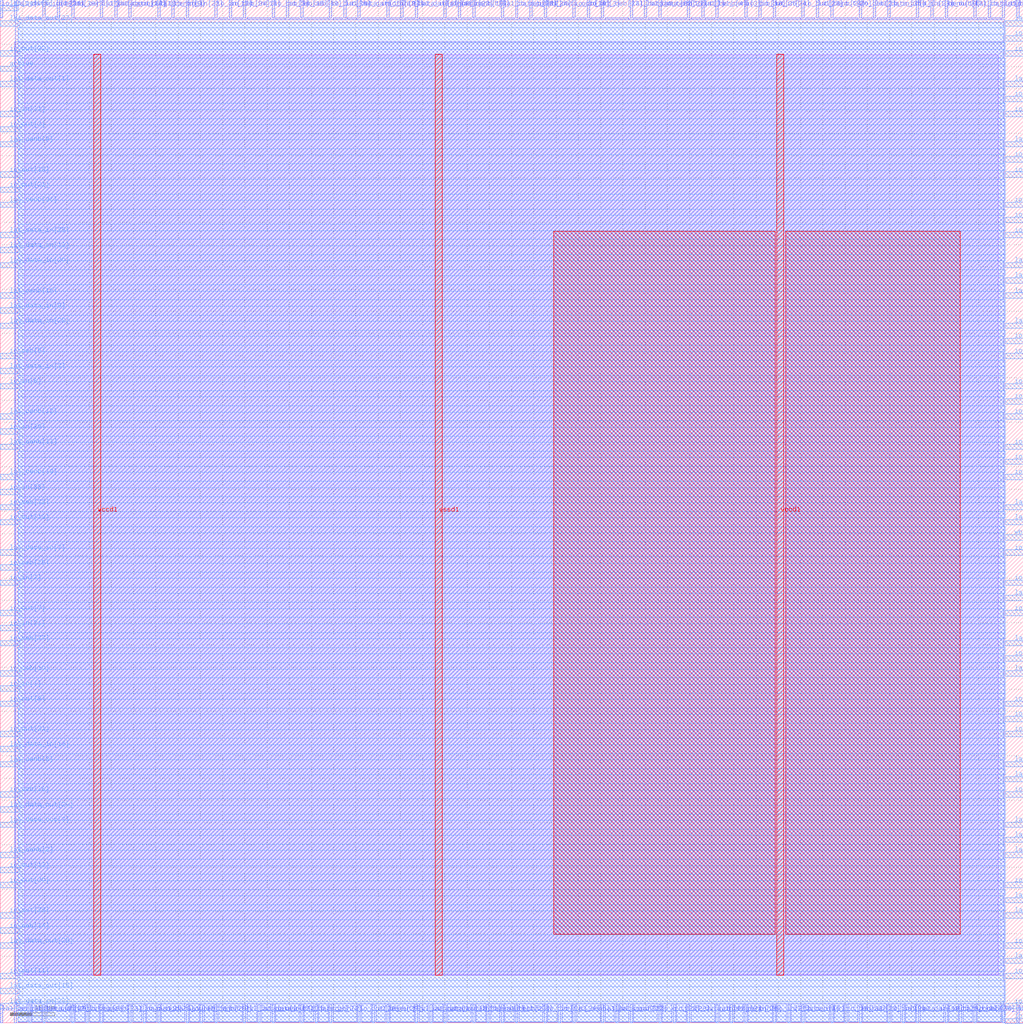
<source format=lef>
VERSION 5.7 ;
  NOWIREEXTENSIONATPIN ON ;
  DIVIDERCHAR "/" ;
  BUSBITCHARS "[]" ;
MACRO wrapped_vga_clock
  CLASS BLOCK ;
  FOREIGN wrapped_vga_clock ;
  ORIGIN 0.000 0.000 ;
  SIZE 230.000 BY 230.000 ;
  PIN active
    DIRECTION INPUT ;
    USE SIGNAL ;
    PORT
      LAYER met3 ;
        RECT 0.000 213.940 4.000 215.140 ;
    END
  END active
  PIN io_in[0]
    DIRECTION INPUT ;
    USE SIGNAL ;
    PORT
      LAYER met2 ;
        RECT 70.790 0.000 71.350 4.000 ;
    END
  END io_in[0]
  PIN io_in[10]
    DIRECTION INPUT ;
    USE SIGNAL ;
    PORT
      LAYER met2 ;
        RECT 128.750 226.000 129.310 230.000 ;
    END
  END io_in[10]
  PIN io_in[11]
    DIRECTION INPUT ;
    USE SIGNAL ;
    PORT
      LAYER met2 ;
        RECT -0.050 226.000 0.510 230.000 ;
    END
  END io_in[11]
  PIN io_in[12]
    DIRECTION INPUT ;
    USE SIGNAL ;
    PORT
      LAYER met3 ;
        RECT 226.000 193.540 230.000 194.740 ;
    END
  END io_in[12]
  PIN io_in[13]
    DIRECTION INPUT ;
    USE SIGNAL ;
    PORT
      LAYER met2 ;
        RECT 109.430 0.000 109.990 4.000 ;
    END
  END io_in[13]
  PIN io_in[14]
    DIRECTION INPUT ;
    USE SIGNAL ;
    PORT
      LAYER met2 ;
        RECT 86.890 226.000 87.450 230.000 ;
    END
  END io_in[14]
  PIN io_in[15]
    DIRECTION INPUT ;
    USE SIGNAL ;
    PORT
      LAYER met3 ;
        RECT 226.000 203.740 230.000 204.940 ;
    END
  END io_in[15]
  PIN io_in[16]
    DIRECTION INPUT ;
    USE SIGNAL ;
    PORT
      LAYER met3 ;
        RECT 226.000 16.740 230.000 17.940 ;
    END
  END io_in[16]
  PIN io_in[17]
    DIRECTION INPUT ;
    USE SIGNAL ;
    PORT
      LAYER met2 ;
        RECT 48.250 226.000 48.810 230.000 ;
    END
  END io_in[17]
  PIN io_in[18]
    DIRECTION INPUT ;
    USE SIGNAL ;
    PORT
      LAYER met2 ;
        RECT 54.690 226.000 55.250 230.000 ;
    END
  END io_in[18]
  PIN io_in[19]
    DIRECTION INPUT ;
    USE SIGNAL ;
    PORT
      LAYER met2 ;
        RECT 199.590 0.000 200.150 4.000 ;
    END
  END io_in[19]
  PIN io_in[1]
    DIRECTION INPUT ;
    USE SIGNAL ;
    PORT
      LAYER met3 ;
        RECT 0.000 74.540 4.000 75.740 ;
    END
  END io_in[1]
  PIN io_in[20]
    DIRECTION INPUT ;
    USE SIGNAL ;
    PORT
      LAYER met3 ;
        RECT 0.000 132.340 4.000 133.540 ;
    END
  END io_in[20]
  PIN io_in[21]
    DIRECTION INPUT ;
    USE SIGNAL ;
    PORT
      LAYER met3 ;
        RECT 0.000 88.140 4.000 89.340 ;
    END
  END io_in[21]
  PIN io_in[22]
    DIRECTION INPUT ;
    USE SIGNAL ;
    PORT
      LAYER met3 ;
        RECT 226.000 71.140 230.000 72.340 ;
    END
  END io_in[22]
  PIN io_in[23]
    DIRECTION INPUT ;
    USE SIGNAL ;
    PORT
      LAYER met2 ;
        RECT 41.810 226.000 42.370 230.000 ;
    END
  END io_in[23]
  PIN io_in[24]
    DIRECTION INPUT ;
    USE SIGNAL ;
    PORT
      LAYER met2 ;
        RECT 28.930 226.000 29.490 230.000 ;
    END
  END io_in[24]
  PIN io_in[25]
    DIRECTION INPUT ;
    USE SIGNAL ;
    PORT
      LAYER met2 ;
        RECT 173.830 0.000 174.390 4.000 ;
    END
  END io_in[25]
  PIN io_in[26]
    DIRECTION INPUT ;
    USE SIGNAL ;
    PORT
      LAYER met2 ;
        RECT 167.390 0.000 167.950 4.000 ;
    END
  END io_in[26]
  PIN io_in[27]
    DIRECTION INPUT ;
    USE SIGNAL ;
    PORT
      LAYER met3 ;
        RECT 226.000 50.740 230.000 51.940 ;
    END
  END io_in[27]
  PIN io_in[28]
    DIRECTION INPUT ;
    USE SIGNAL ;
    PORT
      LAYER met2 ;
        RECT 151.290 0.000 151.850 4.000 ;
    END
  END io_in[28]
  PIN io_in[29]
    DIRECTION INPUT ;
    USE SIGNAL ;
    PORT
      LAYER met2 ;
        RECT 228.570 226.000 229.130 230.000 ;
    END
  END io_in[29]
  PIN io_in[2]
    DIRECTION INPUT ;
    USE SIGNAL ;
    PORT
      LAYER met2 ;
        RECT 74.010 0.000 74.570 4.000 ;
    END
  END io_in[2]
  PIN io_in[30]
    DIRECTION INPUT ;
    USE SIGNAL ;
    PORT
      LAYER met3 ;
        RECT 226.000 91.540 230.000 92.740 ;
    END
  END io_in[30]
  PIN io_in[31]
    DIRECTION INPUT ;
    USE SIGNAL ;
    PORT
      LAYER met3 ;
        RECT 0.000 203.740 4.000 204.940 ;
    END
  END io_in[31]
  PIN io_in[32]
    DIRECTION INPUT ;
    USE SIGNAL ;
    PORT
      LAYER met2 ;
        RECT 141.630 0.000 142.190 4.000 ;
    END
  END io_in[32]
  PIN io_in[33]
    DIRECTION INPUT ;
    USE SIGNAL ;
    PORT
      LAYER met3 ;
        RECT 0.000 118.740 4.000 119.940 ;
    END
  END io_in[33]
  PIN io_in[34]
    DIRECTION INPUT ;
    USE SIGNAL ;
    PORT
      LAYER met2 ;
        RECT 173.830 226.000 174.390 230.000 ;
    END
  END io_in[34]
  PIN io_in[35]
    DIRECTION INPUT ;
    USE SIGNAL ;
    PORT
      LAYER met2 ;
        RECT 199.590 226.000 200.150 230.000 ;
    END
  END io_in[35]
  PIN io_in[36]
    DIRECTION INPUT ;
    USE SIGNAL ;
    PORT
      LAYER met3 ;
        RECT 226.000 142.540 230.000 143.740 ;
    END
  END io_in[36]
  PIN io_in[37]
    DIRECTION INPUT ;
    USE SIGNAL ;
    PORT
      LAYER met2 ;
        RECT 206.030 226.000 206.590 230.000 ;
    END
  END io_in[37]
  PIN io_in[3]
    DIRECTION INPUT ;
    USE SIGNAL ;
    PORT
      LAYER met2 ;
        RECT 131.970 226.000 132.530 230.000 ;
    END
  END io_in[3]
  PIN io_in[4]
    DIRECTION INPUT ;
    USE SIGNAL ;
    PORT
      LAYER met3 ;
        RECT 226.000 139.140 230.000 140.340 ;
    END
  END io_in[4]
  PIN io_in[5]
    DIRECTION INPUT ;
    USE SIGNAL ;
    PORT
      LAYER met3 ;
        RECT 226.000 220.740 230.000 221.940 ;
    END
  END io_in[5]
  PIN io_in[6]
    DIRECTION INPUT ;
    USE SIGNAL ;
    PORT
      LAYER met3 ;
        RECT 0.000 142.540 4.000 143.740 ;
    END
  END io_in[6]
  PIN io_in[7]
    DIRECTION INPUT ;
    USE SIGNAL ;
    PORT
      LAYER met3 ;
        RECT 0.000 98.340 4.000 99.540 ;
    END
  END io_in[7]
  PIN io_in[8]
    DIRECTION INPUT ;
    USE SIGNAL ;
    PORT
      LAYER met3 ;
        RECT 226.000 152.740 230.000 153.940 ;
    END
  END io_in[8]
  PIN io_in[9]
    DIRECTION INPUT ;
    USE SIGNAL ;
    PORT
      LAYER met2 ;
        RECT 38.590 226.000 39.150 230.000 ;
    END
  END io_in[9]
  PIN io_oeb[0]
    DIRECTION OUTPUT TRISTATE ;
    USE SIGNAL ;
    PORT
      LAYER met2 ;
        RECT 122.310 0.000 122.870 4.000 ;
    END
  END io_oeb[0]
  PIN io_oeb[10]
    DIRECTION OUTPUT TRISTATE ;
    USE SIGNAL ;
    PORT
      LAYER met3 ;
        RECT 0.000 77.940 4.000 79.140 ;
    END
  END io_oeb[10]
  PIN io_oeb[11]
    DIRECTION OUTPUT TRISTATE ;
    USE SIGNAL ;
    PORT
      LAYER met3 ;
        RECT 226.000 128.940 230.000 130.140 ;
    END
  END io_oeb[11]
  PIN io_oeb[12]
    DIRECTION OUTPUT TRISTATE ;
    USE SIGNAL ;
    PORT
      LAYER met3 ;
        RECT 226.000 67.740 230.000 68.940 ;
    END
  END io_oeb[12]
  PIN io_oeb[13]
    DIRECTION OUTPUT TRISTATE ;
    USE SIGNAL ;
    PORT
      LAYER met3 ;
        RECT 226.000 64.340 230.000 65.540 ;
    END
  END io_oeb[13]
  PIN io_oeb[14]
    DIRECTION OUTPUT TRISTATE ;
    USE SIGNAL ;
    PORT
      LAYER met3 ;
        RECT 0.000 20.140 4.000 21.340 ;
    END
  END io_oeb[14]
  PIN io_oeb[15]
    DIRECTION OUTPUT TRISTATE ;
    USE SIGNAL ;
    PORT
      LAYER met2 ;
        RECT 64.350 226.000 64.910 230.000 ;
    END
  END io_oeb[15]
  PIN io_oeb[16]
    DIRECTION OUTPUT TRISTATE ;
    USE SIGNAL ;
    PORT
      LAYER met3 ;
        RECT 226.000 9.940 230.000 11.140 ;
    END
  END io_oeb[16]
  PIN io_oeb[17]
    DIRECTION OUTPUT TRISTATE ;
    USE SIGNAL ;
    PORT
      LAYER met2 ;
        RECT 61.130 0.000 61.690 4.000 ;
    END
  END io_oeb[17]
  PIN io_oeb[18]
    DIRECTION OUTPUT TRISTATE ;
    USE SIGNAL ;
    PORT
      LAYER met2 ;
        RECT 167.390 226.000 167.950 230.000 ;
    END
  END io_oeb[18]
  PIN io_oeb[19]
    DIRECTION OUTPUT TRISTATE ;
    USE SIGNAL ;
    PORT
      LAYER met2 ;
        RECT 67.570 226.000 68.130 230.000 ;
    END
  END io_oeb[19]
  PIN io_oeb[1]
    DIRECTION OUTPUT TRISTATE ;
    USE SIGNAL ;
    PORT
      LAYER met2 ;
        RECT 180.270 0.000 180.830 4.000 ;
    END
  END io_oeb[1]
  PIN io_oeb[20]
    DIRECTION OUTPUT TRISTATE ;
    USE SIGNAL ;
    PORT
      LAYER met3 ;
        RECT 226.000 98.340 230.000 99.540 ;
    END
  END io_oeb[20]
  PIN io_oeb[21]
    DIRECTION OUTPUT TRISTATE ;
    USE SIGNAL ;
    PORT
      LAYER met2 ;
        RECT 9.610 226.000 10.170 230.000 ;
    END
  END io_oeb[21]
  PIN io_oeb[22]
    DIRECTION OUTPUT TRISTATE ;
    USE SIGNAL ;
    PORT
      LAYER met2 ;
        RECT 22.490 0.000 23.050 4.000 ;
    END
  END io_oeb[22]
  PIN io_oeb[23]
    DIRECTION OUTPUT TRISTATE ;
    USE SIGNAL ;
    PORT
      LAYER met2 ;
        RECT 115.870 226.000 116.430 230.000 ;
    END
  END io_oeb[23]
  PIN io_oeb[24]
    DIRECTION OUTPUT TRISTATE ;
    USE SIGNAL ;
    PORT
      LAYER met2 ;
        RECT 119.090 226.000 119.650 230.000 ;
    END
  END io_oeb[24]
  PIN io_oeb[25]
    DIRECTION OUTPUT TRISTATE ;
    USE SIGNAL ;
    PORT
      LAYER met2 ;
        RECT 218.910 0.000 219.470 4.000 ;
    END
  END io_oeb[25]
  PIN io_oeb[26]
    DIRECTION OUTPUT TRISTATE ;
    USE SIGNAL ;
    PORT
      LAYER met3 ;
        RECT 226.000 179.940 230.000 181.140 ;
    END
  END io_oeb[26]
  PIN io_oeb[27]
    DIRECTION OUTPUT TRISTATE ;
    USE SIGNAL ;
    PORT
      LAYER met2 ;
        RECT 135.190 226.000 135.750 230.000 ;
    END
  END io_oeb[27]
  PIN io_oeb[28]
    DIRECTION OUTPUT TRISTATE ;
    USE SIGNAL ;
    PORT
      LAYER met2 ;
        RECT 193.150 0.000 193.710 4.000 ;
    END
  END io_oeb[28]
  PIN io_oeb[29]
    DIRECTION OUTPUT TRISTATE ;
    USE SIGNAL ;
    PORT
      LAYER met3 ;
        RECT 226.000 149.340 230.000 150.540 ;
    END
  END io_oeb[29]
  PIN io_oeb[2]
    DIRECTION OUTPUT TRISTATE ;
    USE SIGNAL ;
    PORT
      LAYER met2 ;
        RECT 193.150 226.000 193.710 230.000 ;
    END
  END io_oeb[2]
  PIN io_oeb[30]
    DIRECTION OUTPUT TRISTATE ;
    USE SIGNAL ;
    PORT
      LAYER met2 ;
        RECT 12.830 226.000 13.390 230.000 ;
    END
  END io_oeb[30]
  PIN io_oeb[31]
    DIRECTION OUTPUT TRISTATE ;
    USE SIGNAL ;
    PORT
      LAYER met2 ;
        RECT 189.930 0.000 190.490 4.000 ;
    END
  END io_oeb[31]
  PIN io_oeb[32]
    DIRECTION OUTPUT TRISTATE ;
    USE SIGNAL ;
    PORT
      LAYER met3 ;
        RECT 0.000 115.340 4.000 116.540 ;
    END
  END io_oeb[32]
  PIN io_oeb[33]
    DIRECTION OUTPUT TRISTATE ;
    USE SIGNAL ;
    PORT
      LAYER met2 ;
        RECT 225.350 0.000 225.910 4.000 ;
    END
  END io_oeb[33]
  PIN io_oeb[34]
    DIRECTION OUTPUT TRISTATE ;
    USE SIGNAL ;
    PORT
      LAYER met2 ;
        RECT 51.470 226.000 52.030 230.000 ;
    END
  END io_oeb[34]
  PIN io_oeb[35]
    DIRECTION OUTPUT TRISTATE ;
    USE SIGNAL ;
    PORT
      LAYER met3 ;
        RECT 0.000 101.740 4.000 102.940 ;
    END
  END io_oeb[35]
  PIN io_oeb[36]
    DIRECTION OUTPUT TRISTATE ;
    USE SIGNAL ;
    PORT
      LAYER met3 ;
        RECT 0.000 50.740 4.000 51.940 ;
    END
  END io_oeb[36]
  PIN io_oeb[37]
    DIRECTION OUTPUT TRISTATE ;
    USE SIGNAL ;
    PORT
      LAYER met3 ;
        RECT 0.000 84.740 4.000 85.940 ;
    END
  END io_oeb[37]
  PIN io_oeb[3]
    DIRECTION OUTPUT TRISTATE ;
    USE SIGNAL ;
    PORT
      LAYER met2 ;
        RECT 115.870 0.000 116.430 4.000 ;
    END
  END io_oeb[3]
  PIN io_oeb[4]
    DIRECTION OUTPUT TRISTATE ;
    USE SIGNAL ;
    PORT
      LAYER met3 ;
        RECT 226.000 -0.260 230.000 0.940 ;
    END
  END io_oeb[4]
  PIN io_oeb[5]
    DIRECTION OUTPUT TRISTATE ;
    USE SIGNAL ;
    PORT
      LAYER met3 ;
        RECT 0.000 149.340 4.000 150.540 ;
    END
  END io_oeb[5]
  PIN io_oeb[6]
    DIRECTION OUTPUT TRISTATE ;
    USE SIGNAL ;
    PORT
      LAYER met3 ;
        RECT 226.000 81.340 230.000 82.540 ;
    END
  END io_oeb[6]
  PIN io_oeb[7]
    DIRECTION OUTPUT TRISTATE ;
    USE SIGNAL ;
    PORT
      LAYER met2 ;
        RECT 61.130 226.000 61.690 230.000 ;
    END
  END io_oeb[7]
  PIN io_oeb[8]
    DIRECTION OUTPUT TRISTATE ;
    USE SIGNAL ;
    PORT
      LAYER met2 ;
        RECT 19.270 0.000 19.830 4.000 ;
    END
  END io_oeb[8]
  PIN io_oeb[9]
    DIRECTION OUTPUT TRISTATE ;
    USE SIGNAL ;
    PORT
      LAYER met2 ;
        RECT 48.250 0.000 48.810 4.000 ;
    END
  END io_oeb[9]
  PIN io_out[0]
    DIRECTION OUTPUT TRISTATE ;
    USE SIGNAL ;
    PORT
      LAYER met3 ;
        RECT 226.000 217.340 230.000 218.540 ;
    END
  END io_out[0]
  PIN io_out[10]
    DIRECTION OUTPUT TRISTATE ;
    USE SIGNAL ;
    PORT
      LAYER met3 ;
        RECT 226.000 125.540 230.000 126.740 ;
    END
  END io_out[10]
  PIN io_out[11]
    DIRECTION OUTPUT TRISTATE ;
    USE SIGNAL ;
    PORT
      LAYER met3 ;
        RECT 0.000 9.940 4.000 11.140 ;
    END
  END io_out[11]
  PIN io_out[12]
    DIRECTION OUTPUT TRISTATE ;
    USE SIGNAL ;
    PORT
      LAYER met3 ;
        RECT 0.000 33.740 4.000 34.940 ;
    END
  END io_out[12]
  PIN io_out[13]
    DIRECTION OUTPUT TRISTATE ;
    USE SIGNAL ;
    PORT
      LAYER met2 ;
        RECT 186.710 0.000 187.270 4.000 ;
    END
  END io_out[13]
  PIN io_out[14]
    DIRECTION OUTPUT TRISTATE ;
    USE SIGNAL ;
    PORT
      LAYER met3 ;
        RECT 226.000 183.340 230.000 184.540 ;
    END
  END io_out[14]
  PIN io_out[15]
    DIRECTION OUTPUT TRISTATE ;
    USE SIGNAL ;
    PORT
      LAYER met3 ;
        RECT 0.000 190.140 4.000 191.340 ;
    END
  END io_out[15]
  PIN io_out[16]
    DIRECTION OUTPUT TRISTATE ;
    USE SIGNAL ;
    PORT
      LAYER met3 ;
        RECT 226.000 122.140 230.000 123.340 ;
    END
  END io_out[16]
  PIN io_out[17]
    DIRECTION OUTPUT TRISTATE ;
    USE SIGNAL ;
    PORT
      LAYER met2 ;
        RECT 212.470 226.000 213.030 230.000 ;
    END
  END io_out[17]
  PIN io_out[18]
    DIRECTION OUTPUT TRISTATE ;
    USE SIGNAL ;
    PORT
      LAYER met2 ;
        RECT 215.690 0.000 216.250 4.000 ;
    END
  END io_out[18]
  PIN io_out[19]
    DIRECTION OUTPUT TRISTATE ;
    USE SIGNAL ;
    PORT
      LAYER met3 ;
        RECT 0.000 111.940 4.000 113.140 ;
    END
  END io_out[19]
  PIN io_out[1]
    DIRECTION OUTPUT TRISTATE ;
    USE SIGNAL ;
    PORT
      LAYER met2 ;
        RECT 154.510 226.000 155.070 230.000 ;
    END
  END io_out[1]
  PIN io_out[20]
    DIRECTION OUTPUT TRISTATE ;
    USE SIGNAL ;
    PORT
      LAYER met2 ;
        RECT 186.710 226.000 187.270 230.000 ;
    END
  END io_out[20]
  PIN io_out[21]
    DIRECTION OUTPUT TRISTATE ;
    USE SIGNAL ;
    PORT
      LAYER met3 ;
        RECT 0.000 186.740 4.000 187.940 ;
    END
  END io_out[21]
  PIN io_out[22]
    DIRECTION OUTPUT TRISTATE ;
    USE SIGNAL ;
    PORT
      LAYER met2 ;
        RECT 148.070 0.000 148.630 4.000 ;
    END
  END io_out[22]
  PIN io_out[23]
    DIRECTION OUTPUT TRISTATE ;
    USE SIGNAL ;
    PORT
      LAYER met3 ;
        RECT 226.000 105.140 230.000 106.340 ;
    END
  END io_out[23]
  PIN io_out[24]
    DIRECTION OUTPUT TRISTATE ;
    USE SIGNAL ;
    PORT
      LAYER met2 ;
        RECT 125.530 0.000 126.090 4.000 ;
    END
  END io_out[24]
  PIN io_out[25]
    DIRECTION OUTPUT TRISTATE ;
    USE SIGNAL ;
    PORT
      LAYER met2 ;
        RECT 170.610 226.000 171.170 230.000 ;
    END
  END io_out[25]
  PIN io_out[26]
    DIRECTION OUTPUT TRISTATE ;
    USE SIGNAL ;
    PORT
      LAYER met3 ;
        RECT 0.000 23.540 4.000 24.740 ;
    END
  END io_out[26]
  PIN io_out[27]
    DIRECTION OUTPUT TRISTATE ;
    USE SIGNAL ;
    PORT
      LAYER met2 ;
        RECT 180.270 226.000 180.830 230.000 ;
    END
  END io_out[27]
  PIN io_out[28]
    DIRECTION OUTPUT TRISTATE ;
    USE SIGNAL ;
    PORT
      LAYER met2 ;
        RECT 80.450 0.000 81.010 4.000 ;
    END
  END io_out[28]
  PIN io_out[29]
    DIRECTION OUTPUT TRISTATE ;
    USE SIGNAL ;
    PORT
      LAYER met3 ;
        RECT 226.000 3.140 230.000 4.340 ;
    END
  END io_out[29]
  PIN io_out[2]
    DIRECTION OUTPUT TRISTATE ;
    USE SIGNAL ;
    PORT
      LAYER met2 ;
        RECT 32.150 0.000 32.710 4.000 ;
    END
  END io_out[2]
  PIN io_out[30]
    DIRECTION OUTPUT TRISTATE ;
    USE SIGNAL ;
    PORT
      LAYER met3 ;
        RECT 0.000 30.340 4.000 31.540 ;
    END
  END io_out[30]
  PIN io_out[31]
    DIRECTION OUTPUT TRISTATE ;
    USE SIGNAL ;
    PORT
      LAYER met3 ;
        RECT 0.000 64.340 4.000 65.540 ;
    END
  END io_out[31]
  PIN io_out[32]
    DIRECTION OUTPUT TRISTATE ;
    USE SIGNAL ;
    PORT
      LAYER met3 ;
        RECT 0.000 217.340 4.000 218.540 ;
    END
  END io_out[32]
  PIN io_out[33]
    DIRECTION OUTPUT TRISTATE ;
    USE SIGNAL ;
    PORT
      LAYER met3 ;
        RECT 226.000 30.340 230.000 31.540 ;
    END
  END io_out[33]
  PIN io_out[34]
    DIRECTION OUTPUT TRISTATE ;
    USE SIGNAL ;
    PORT
      LAYER met3 ;
        RECT 226.000 190.140 230.000 191.340 ;
    END
  END io_out[34]
  PIN io_out[35]
    DIRECTION OUTPUT TRISTATE ;
    USE SIGNAL ;
    PORT
      LAYER met3 ;
        RECT 226.000 176.540 230.000 177.740 ;
    END
  END io_out[35]
  PIN io_out[36]
    DIRECTION OUTPUT TRISTATE ;
    USE SIGNAL ;
    PORT
      LAYER met2 ;
        RECT 74.010 226.000 74.570 230.000 ;
    END
  END io_out[36]
  PIN io_out[37]
    DIRECTION OUTPUT TRISTATE ;
    USE SIGNAL ;
    PORT
      LAYER met3 ;
        RECT 226.000 207.140 230.000 208.340 ;
    END
  END io_out[37]
  PIN io_out[3]
    DIRECTION OUTPUT TRISTATE ;
    USE SIGNAL ;
    PORT
      LAYER met3 ;
        RECT 0.000 200.340 4.000 201.540 ;
    END
  END io_out[3]
  PIN io_out[4]
    DIRECTION OUTPUT TRISTATE ;
    USE SIGNAL ;
    PORT
      LAYER met3 ;
        RECT 226.000 135.740 230.000 136.940 ;
    END
  END io_out[4]
  PIN io_out[5]
    DIRECTION OUTPUT TRISTATE ;
    USE SIGNAL ;
    PORT
      LAYER met2 ;
        RECT 106.210 226.000 106.770 230.000 ;
    END
  END io_out[5]
  PIN io_out[6]
    DIRECTION OUTPUT TRISTATE ;
    USE SIGNAL ;
    PORT
      LAYER met2 ;
        RECT 222.130 226.000 222.690 230.000 ;
    END
  END io_out[6]
  PIN io_out[7]
    DIRECTION OUTPUT TRISTATE ;
    USE SIGNAL ;
    PORT
      LAYER met3 ;
        RECT 0.000 91.540 4.000 92.740 ;
    END
  END io_out[7]
  PIN io_out[8]
    DIRECTION OUTPUT TRISTATE ;
    USE SIGNAL ;
    PORT
      LAYER met2 ;
        RECT 86.890 0.000 87.450 4.000 ;
    END
  END io_out[8]
  PIN io_out[9]
    DIRECTION OUTPUT TRISTATE ;
    USE SIGNAL ;
    PORT
      LAYER met3 ;
        RECT 0.000 71.140 4.000 72.340 ;
    END
  END io_out[9]
  PIN la1_data_in[0]
    DIRECTION INPUT ;
    USE SIGNAL ;
    PORT
      LAYER met3 ;
        RECT 226.000 37.140 230.000 38.340 ;
    END
  END la1_data_in[0]
  PIN la1_data_in[10]
    DIRECTION INPUT ;
    USE SIGNAL ;
    PORT
      LAYER met2 ;
        RECT 99.770 0.000 100.330 4.000 ;
    END
  END la1_data_in[10]
  PIN la1_data_in[11]
    DIRECTION INPUT ;
    USE SIGNAL ;
    PORT
      LAYER met3 ;
        RECT 226.000 26.940 230.000 28.140 ;
    END
  END la1_data_in[11]
  PIN la1_data_in[12]
    DIRECTION INPUT ;
    USE SIGNAL ;
    PORT
      LAYER met3 ;
        RECT 0.000 173.140 4.000 174.340 ;
    END
  END la1_data_in[12]
  PIN la1_data_in[13]
    DIRECTION INPUT ;
    USE SIGNAL ;
    PORT
      LAYER met2 ;
        RECT 154.510 0.000 155.070 4.000 ;
    END
  END la1_data_in[13]
  PIN la1_data_in[14]
    DIRECTION INPUT ;
    USE SIGNAL ;
    PORT
      LAYER met3 ;
        RECT 0.000 60.940 4.000 62.140 ;
    END
  END la1_data_in[14]
  PIN la1_data_in[15]
    DIRECTION INPUT ;
    USE SIGNAL ;
    PORT
      LAYER met2 ;
        RECT 77.230 226.000 77.790 230.000 ;
    END
  END la1_data_in[15]
  PIN la1_data_in[16]
    DIRECTION INPUT ;
    USE SIGNAL ;
    PORT
      LAYER met2 ;
        RECT 144.850 226.000 145.410 230.000 ;
    END
  END la1_data_in[16]
  PIN la1_data_in[17]
    DIRECTION INPUT ;
    USE SIGNAL ;
    PORT
      LAYER met2 ;
        RECT 112.650 226.000 113.210 230.000 ;
    END
  END la1_data_in[17]
  PIN la1_data_in[18]
    DIRECTION INPUT ;
    USE SIGNAL ;
    PORT
      LAYER met2 ;
        RECT 202.810 0.000 203.370 4.000 ;
    END
  END la1_data_in[18]
  PIN la1_data_in[19]
    DIRECTION INPUT ;
    USE SIGNAL ;
    PORT
      LAYER met2 ;
        RECT 80.450 226.000 81.010 230.000 ;
    END
  END la1_data_in[19]
  PIN la1_data_in[1]
    DIRECTION INPUT ;
    USE SIGNAL ;
    PORT
      LAYER met2 ;
        RECT 93.330 0.000 93.890 4.000 ;
    END
  END la1_data_in[1]
  PIN la1_data_in[20]
    DIRECTION INPUT ;
    USE SIGNAL ;
    PORT
      LAYER met3 ;
        RECT 0.000 169.740 4.000 170.940 ;
    END
  END la1_data_in[20]
  PIN la1_data_in[21]
    DIRECTION INPUT ;
    USE SIGNAL ;
    PORT
      LAYER met2 ;
        RECT 225.350 226.000 225.910 230.000 ;
    END
  END la1_data_in[21]
  PIN la1_data_in[22]
    DIRECTION INPUT ;
    USE SIGNAL ;
    PORT
      LAYER met3 ;
        RECT 226.000 40.540 230.000 41.740 ;
    END
  END la1_data_in[22]
  PIN la1_data_in[23]
    DIRECTION INPUT ;
    USE SIGNAL ;
    PORT
      LAYER met3 ;
        RECT 0.000 3.140 4.000 4.340 ;
    END
  END la1_data_in[23]
  PIN la1_data_in[24]
    DIRECTION INPUT ;
    USE SIGNAL ;
    PORT
      LAYER met2 ;
        RECT 67.570 0.000 68.130 4.000 ;
    END
  END la1_data_in[24]
  PIN la1_data_in[25]
    DIRECTION INPUT ;
    USE SIGNAL ;
    PORT
      LAYER met3 ;
        RECT 0.000 176.540 4.000 177.740 ;
    END
  END la1_data_in[25]
  PIN la1_data_in[26]
    DIRECTION INPUT ;
    USE SIGNAL ;
    PORT
      LAYER met3 ;
        RECT 226.000 13.340 230.000 14.540 ;
    END
  END la1_data_in[26]
  PIN la1_data_in[27]
    DIRECTION INPUT ;
    USE SIGNAL ;
    PORT
      LAYER met2 ;
        RECT 135.190 0.000 135.750 4.000 ;
    END
  END la1_data_in[27]
  PIN la1_data_in[28]
    DIRECTION INPUT ;
    USE SIGNAL ;
    PORT
      LAYER met3 ;
        RECT 0.000 156.140 4.000 157.340 ;
    END
  END la1_data_in[28]
  PIN la1_data_in[29]
    DIRECTION INPUT ;
    USE SIGNAL ;
    PORT
      LAYER met2 ;
        RECT 3.170 226.000 3.730 230.000 ;
    END
  END la1_data_in[29]
  PIN la1_data_in[2]
    DIRECTION INPUT ;
    USE SIGNAL ;
    PORT
      LAYER met2 ;
        RECT 54.690 0.000 55.250 4.000 ;
    END
  END la1_data_in[2]
  PIN la1_data_in[30]
    DIRECTION INPUT ;
    USE SIGNAL ;
    PORT
      LAYER met2 ;
        RECT 6.390 0.000 6.950 4.000 ;
    END
  END la1_data_in[30]
  PIN la1_data_in[31]
    DIRECTION INPUT ;
    USE SIGNAL ;
    PORT
      LAYER met2 ;
        RECT 177.050 0.000 177.610 4.000 ;
    END
  END la1_data_in[31]
  PIN la1_data_in[3]
    DIRECTION INPUT ;
    USE SIGNAL ;
    PORT
      LAYER met3 ;
        RECT 0.000 145.940 4.000 147.140 ;
    END
  END la1_data_in[3]
  PIN la1_data_in[4]
    DIRECTION INPUT ;
    USE SIGNAL ;
    PORT
      LAYER met2 ;
        RECT 196.370 226.000 196.930 230.000 ;
    END
  END la1_data_in[4]
  PIN la1_data_in[5]
    DIRECTION INPUT ;
    USE SIGNAL ;
    PORT
      LAYER met3 ;
        RECT 226.000 111.940 230.000 113.140 ;
    END
  END la1_data_in[5]
  PIN la1_data_in[6]
    DIRECTION INPUT ;
    USE SIGNAL ;
    PORT
      LAYER met2 ;
        RECT 90.110 226.000 90.670 230.000 ;
    END
  END la1_data_in[6]
  PIN la1_data_in[7]
    DIRECTION INPUT ;
    USE SIGNAL ;
    PORT
      LAYER met3 ;
        RECT 0.000 105.140 4.000 106.340 ;
    END
  END la1_data_in[7]
  PIN la1_data_in[8]
    DIRECTION INPUT ;
    USE SIGNAL ;
    PORT
      LAYER met2 ;
        RECT 93.330 226.000 93.890 230.000 ;
    END
  END la1_data_in[8]
  PIN la1_data_in[9]
    DIRECTION INPUT ;
    USE SIGNAL ;
    PORT
      LAYER met3 ;
        RECT 0.000 159.540 4.000 160.740 ;
    END
  END la1_data_in[9]
  PIN la1_data_out[0]
    DIRECTION OUTPUT TRISTATE ;
    USE SIGNAL ;
    PORT
      LAYER met2 ;
        RECT 35.370 0.000 35.930 4.000 ;
    END
  END la1_data_out[0]
  PIN la1_data_out[10]
    DIRECTION OUTPUT TRISTATE ;
    USE SIGNAL ;
    PORT
      LAYER met3 ;
        RECT 226.000 54.140 230.000 55.340 ;
    END
  END la1_data_out[10]
  PIN la1_data_out[11]
    DIRECTION OUTPUT TRISTATE ;
    USE SIGNAL ;
    PORT
      LAYER met2 ;
        RECT 106.210 0.000 106.770 4.000 ;
    END
  END la1_data_out[11]
  PIN la1_data_out[12]
    DIRECTION OUTPUT TRISTATE ;
    USE SIGNAL ;
    PORT
      LAYER met3 ;
        RECT 226.000 210.540 230.000 211.740 ;
    END
  END la1_data_out[12]
  PIN la1_data_out[13]
    DIRECTION OUTPUT TRISTATE ;
    USE SIGNAL ;
    PORT
      LAYER met2 ;
        RECT 22.490 226.000 23.050 230.000 ;
    END
  END la1_data_out[13]
  PIN la1_data_out[14]
    DIRECTION OUTPUT TRISTATE ;
    USE SIGNAL ;
    PORT
      LAYER met2 ;
        RECT 122.310 226.000 122.870 230.000 ;
    END
  END la1_data_out[14]
  PIN la1_data_out[15]
    DIRECTION OUTPUT TRISTATE ;
    USE SIGNAL ;
    PORT
      LAYER met3 ;
        RECT 0.000 6.540 4.000 7.740 ;
    END
  END la1_data_out[15]
  PIN la1_data_out[16]
    DIRECTION OUTPUT TRISTATE ;
    USE SIGNAL ;
    PORT
      LAYER met3 ;
        RECT 226.000 77.940 230.000 79.140 ;
    END
  END la1_data_out[16]
  PIN la1_data_out[17]
    DIRECTION OUTPUT TRISTATE ;
    USE SIGNAL ;
    PORT
      LAYER met3 ;
        RECT 226.000 166.340 230.000 167.540 ;
    END
  END la1_data_out[17]
  PIN la1_data_out[18]
    DIRECTION OUTPUT TRISTATE ;
    USE SIGNAL ;
    PORT
      LAYER met2 ;
        RECT 25.710 226.000 26.270 230.000 ;
    END
  END la1_data_out[18]
  PIN la1_data_out[19]
    DIRECTION OUTPUT TRISTATE ;
    USE SIGNAL ;
    PORT
      LAYER met3 ;
        RECT 226.000 115.340 230.000 116.540 ;
    END
  END la1_data_out[19]
  PIN la1_data_out[1]
    DIRECTION OUTPUT TRISTATE ;
    USE SIGNAL ;
    PORT
      LAYER met3 ;
        RECT 0.000 210.540 4.000 211.740 ;
    END
  END la1_data_out[1]
  PIN la1_data_out[20]
    DIRECTION OUTPUT TRISTATE ;
    USE SIGNAL ;
    PORT
      LAYER met3 ;
        RECT 0.000 47.340 4.000 48.540 ;
    END
  END la1_data_out[20]
  PIN la1_data_out[21]
    DIRECTION OUTPUT TRISTATE ;
    USE SIGNAL ;
    PORT
      LAYER met3 ;
        RECT 226.000 196.940 230.000 198.140 ;
    END
  END la1_data_out[21]
  PIN la1_data_out[22]
    DIRECTION OUTPUT TRISTATE ;
    USE SIGNAL ;
    PORT
      LAYER met2 ;
        RECT 141.630 226.000 142.190 230.000 ;
    END
  END la1_data_out[22]
  PIN la1_data_out[23]
    DIRECTION OUTPUT TRISTATE ;
    USE SIGNAL ;
    PORT
      LAYER met2 ;
        RECT 57.910 0.000 58.470 4.000 ;
    END
  END la1_data_out[23]
  PIN la1_data_out[24]
    DIRECTION OUTPUT TRISTATE ;
    USE SIGNAL ;
    PORT
      LAYER met3 ;
        RECT 226.000 84.740 230.000 85.940 ;
    END
  END la1_data_out[24]
  PIN la1_data_out[25]
    DIRECTION OUTPUT TRISTATE ;
    USE SIGNAL ;
    PORT
      LAYER met3 ;
        RECT 0.000 16.740 4.000 17.940 ;
    END
  END la1_data_out[25]
  PIN la1_data_out[26]
    DIRECTION OUTPUT TRISTATE ;
    USE SIGNAL ;
    PORT
      LAYER met3 ;
        RECT 226.000 23.540 230.000 24.740 ;
    END
  END la1_data_out[26]
  PIN la1_data_out[27]
    DIRECTION OUTPUT TRISTATE ;
    USE SIGNAL ;
    PORT
      LAYER met3 ;
        RECT 0.000 224.140 4.000 225.340 ;
    END
  END la1_data_out[27]
  PIN la1_data_out[28]
    DIRECTION OUTPUT TRISTATE ;
    USE SIGNAL ;
    PORT
      LAYER met2 ;
        RECT 206.030 0.000 206.590 4.000 ;
    END
  END la1_data_out[28]
  PIN la1_data_out[29]
    DIRECTION OUTPUT TRISTATE ;
    USE SIGNAL ;
    PORT
      LAYER met2 ;
        RECT 28.930 0.000 29.490 4.000 ;
    END
  END la1_data_out[29]
  PIN la1_data_out[2]
    DIRECTION OUTPUT TRISTATE ;
    USE SIGNAL ;
    PORT
      LAYER met2 ;
        RECT 96.550 0.000 97.110 4.000 ;
    END
  END la1_data_out[2]
  PIN la1_data_out[30]
    DIRECTION OUTPUT TRISTATE ;
    USE SIGNAL ;
    PORT
      LAYER met3 ;
        RECT 226.000 57.540 230.000 58.740 ;
    END
  END la1_data_out[30]
  PIN la1_data_out[31]
    DIRECTION OUTPUT TRISTATE ;
    USE SIGNAL ;
    PORT
      LAYER met3 ;
        RECT 226.000 224.140 230.000 225.340 ;
    END
  END la1_data_out[31]
  PIN la1_data_out[3]
    DIRECTION OUTPUT TRISTATE ;
    USE SIGNAL ;
    PORT
      LAYER met3 ;
        RECT 0.000 43.940 4.000 45.140 ;
    END
  END la1_data_out[3]
  PIN la1_data_out[4]
    DIRECTION OUTPUT TRISTATE ;
    USE SIGNAL ;
    PORT
      LAYER met2 ;
        RECT 212.470 0.000 213.030 4.000 ;
    END
  END la1_data_out[4]
  PIN la1_data_out[5]
    DIRECTION OUTPUT TRISTATE ;
    USE SIGNAL ;
    PORT
      LAYER met2 ;
        RECT 16.050 0.000 16.610 4.000 ;
    END
  END la1_data_out[5]
  PIN la1_data_out[6]
    DIRECTION OUTPUT TRISTATE ;
    USE SIGNAL ;
    PORT
      LAYER met3 ;
        RECT 226.000 94.940 230.000 96.140 ;
    END
  END la1_data_out[6]
  PIN la1_data_out[7]
    DIRECTION OUTPUT TRISTATE ;
    USE SIGNAL ;
    PORT
      LAYER met2 ;
        RECT 3.170 0.000 3.730 4.000 ;
    END
  END la1_data_out[7]
  PIN la1_data_out[8]
    DIRECTION OUTPUT TRISTATE ;
    USE SIGNAL ;
    PORT
      LAYER met3 ;
        RECT 226.000 169.740 230.000 170.940 ;
    END
  END la1_data_out[8]
  PIN la1_data_out[9]
    DIRECTION OUTPUT TRISTATE ;
    USE SIGNAL ;
    PORT
      LAYER met2 ;
        RECT 218.910 226.000 219.470 230.000 ;
    END
  END la1_data_out[9]
  PIN la1_oenb[0]
    DIRECTION INPUT ;
    USE SIGNAL ;
    PORT
      LAYER met2 ;
        RECT 228.570 0.000 229.130 4.000 ;
    END
  END la1_oenb[0]
  PIN la1_oenb[10]
    DIRECTION INPUT ;
    USE SIGNAL ;
    PORT
      LAYER met2 ;
        RECT 209.250 226.000 209.810 230.000 ;
    END
  END la1_oenb[10]
  PIN la1_oenb[11]
    DIRECTION INPUT ;
    USE SIGNAL ;
    PORT
      LAYER met3 ;
        RECT 0.000 128.940 4.000 130.140 ;
    END
  END la1_oenb[11]
  PIN la1_oenb[12]
    DIRECTION INPUT ;
    USE SIGNAL ;
    PORT
      LAYER met3 ;
        RECT 0.000 135.740 4.000 136.940 ;
    END
  END la1_oenb[12]
  PIN la1_oenb[13]
    DIRECTION INPUT ;
    USE SIGNAL ;
    PORT
      LAYER met2 ;
        RECT 138.410 0.000 138.970 4.000 ;
    END
  END la1_oenb[13]
  PIN la1_oenb[14]
    DIRECTION INPUT ;
    USE SIGNAL ;
    PORT
      LAYER met2 ;
        RECT -0.050 0.000 0.510 4.000 ;
    END
  END la1_oenb[14]
  PIN la1_oenb[15]
    DIRECTION INPUT ;
    USE SIGNAL ;
    PORT
      LAYER met2 ;
        RECT 164.170 0.000 164.730 4.000 ;
    END
  END la1_oenb[15]
  PIN la1_oenb[16]
    DIRECTION INPUT ;
    USE SIGNAL ;
    PORT
      LAYER met3 ;
        RECT 0.000 162.940 4.000 164.140 ;
    END
  END la1_oenb[16]
  PIN la1_oenb[17]
    DIRECTION INPUT ;
    USE SIGNAL ;
    PORT
      LAYER met2 ;
        RECT 16.050 226.000 16.610 230.000 ;
    END
  END la1_oenb[17]
  PIN la1_oenb[18]
    DIRECTION INPUT ;
    USE SIGNAL ;
    PORT
      LAYER met2 ;
        RECT 102.990 226.000 103.550 230.000 ;
    END
  END la1_oenb[18]
  PIN la1_oenb[19]
    DIRECTION INPUT ;
    USE SIGNAL ;
    PORT
      LAYER met3 ;
        RECT 0.000 122.140 4.000 123.340 ;
    END
  END la1_oenb[19]
  PIN la1_oenb[1]
    DIRECTION INPUT ;
    USE SIGNAL ;
    PORT
      LAYER met2 ;
        RECT 41.810 0.000 42.370 4.000 ;
    END
  END la1_oenb[1]
  PIN la1_oenb[20]
    DIRECTION INPUT ;
    USE SIGNAL ;
    PORT
      LAYER met2 ;
        RECT 9.610 0.000 10.170 4.000 ;
    END
  END la1_oenb[20]
  PIN la1_oenb[21]
    DIRECTION INPUT ;
    USE SIGNAL ;
    PORT
      LAYER met2 ;
        RECT 148.070 226.000 148.630 230.000 ;
    END
  END la1_oenb[21]
  PIN la1_oenb[22]
    DIRECTION INPUT ;
    USE SIGNAL ;
    PORT
      LAYER met2 ;
        RECT 99.770 226.000 100.330 230.000 ;
    END
  END la1_oenb[22]
  PIN la1_oenb[23]
    DIRECTION INPUT ;
    USE SIGNAL ;
    PORT
      LAYER met2 ;
        RECT 112.650 0.000 113.210 4.000 ;
    END
  END la1_oenb[23]
  PIN la1_oenb[24]
    DIRECTION INPUT ;
    USE SIGNAL ;
    PORT
      LAYER met2 ;
        RECT 183.490 226.000 184.050 230.000 ;
    END
  END la1_oenb[24]
  PIN la1_oenb[25]
    DIRECTION INPUT ;
    USE SIGNAL ;
    PORT
      LAYER met3 ;
        RECT 226.000 43.940 230.000 45.140 ;
    END
  END la1_oenb[25]
  PIN la1_oenb[26]
    DIRECTION INPUT ;
    USE SIGNAL ;
    PORT
      LAYER met3 ;
        RECT 0.000 183.340 4.000 184.540 ;
    END
  END la1_oenb[26]
  PIN la1_oenb[27]
    DIRECTION INPUT ;
    USE SIGNAL ;
    PORT
      LAYER met3 ;
        RECT 226.000 162.940 230.000 164.140 ;
    END
  END la1_oenb[27]
  PIN la1_oenb[28]
    DIRECTION INPUT ;
    USE SIGNAL ;
    PORT
      LAYER met2 ;
        RECT 45.030 0.000 45.590 4.000 ;
    END
  END la1_oenb[28]
  PIN la1_oenb[29]
    DIRECTION INPUT ;
    USE SIGNAL ;
    PORT
      LAYER met2 ;
        RECT 83.670 0.000 84.230 4.000 ;
    END
  END la1_oenb[29]
  PIN la1_oenb[2]
    DIRECTION INPUT ;
    USE SIGNAL ;
    PORT
      LAYER met3 ;
        RECT 0.000 37.140 4.000 38.340 ;
    END
  END la1_oenb[2]
  PIN la1_oenb[30]
    DIRECTION INPUT ;
    USE SIGNAL ;
    PORT
      LAYER met3 ;
        RECT 226.000 156.140 230.000 157.340 ;
    END
  END la1_oenb[30]
  PIN la1_oenb[31]
    DIRECTION INPUT ;
    USE SIGNAL ;
    PORT
      LAYER met2 ;
        RECT 128.750 0.000 129.310 4.000 ;
    END
  END la1_oenb[31]
  PIN la1_oenb[3]
    DIRECTION INPUT ;
    USE SIGNAL ;
    PORT
      LAYER met2 ;
        RECT 160.950 226.000 161.510 230.000 ;
    END
  END la1_oenb[3]
  PIN la1_oenb[4]
    DIRECTION INPUT ;
    USE SIGNAL ;
    PORT
      LAYER met2 ;
        RECT 157.730 226.000 158.290 230.000 ;
    END
  END la1_oenb[4]
  PIN la1_oenb[5]
    DIRECTION INPUT ;
    USE SIGNAL ;
    PORT
      LAYER met3 ;
        RECT 0.000 227.540 4.000 228.740 ;
    END
  END la1_oenb[5]
  PIN la1_oenb[6]
    DIRECTION INPUT ;
    USE SIGNAL ;
    PORT
      LAYER met2 ;
        RECT 35.370 226.000 35.930 230.000 ;
    END
  END la1_oenb[6]
  PIN la1_oenb[7]
    DIRECTION INPUT ;
    USE SIGNAL ;
    PORT
      LAYER met2 ;
        RECT 160.950 0.000 161.510 4.000 ;
    END
  END la1_oenb[7]
  PIN la1_oenb[8]
    DIRECTION INPUT ;
    USE SIGNAL ;
    PORT
      LAYER met3 ;
        RECT 0.000 57.540 4.000 58.740 ;
    END
  END la1_oenb[8]
  PIN la1_oenb[9]
    DIRECTION INPUT ;
    USE SIGNAL ;
    PORT
      LAYER met3 ;
        RECT 0.000 196.940 4.000 198.140 ;
    END
  END la1_oenb[9]
  PIN vccd1
    DIRECTION INPUT ;
    USE POWER ;
    PORT
      LAYER met4 ;
        RECT 21.040 10.640 22.640 217.840 ;
    END
    PORT
      LAYER met4 ;
        RECT 174.640 10.640 176.240 217.840 ;
    END
  END vccd1
  PIN vssd1
    DIRECTION INPUT ;
    USE GROUND ;
    PORT
      LAYER met4 ;
        RECT 97.840 10.640 99.440 217.840 ;
    END
  END vssd1
  PIN wb_clk_i
    DIRECTION INPUT ;
    USE SIGNAL ;
    PORT
      LAYER met3 ;
        RECT 226.000 108.540 230.000 109.740 ;
    END
  END wb_clk_i
  OBS
      LAYER li1 ;
        RECT 5.520 10.795 224.480 217.685 ;
      LAYER met1 ;
        RECT 3.290 10.640 225.790 220.620 ;
      LAYER met2 ;
        RECT 4.010 225.720 9.330 226.000 ;
        RECT 10.450 225.720 12.550 226.000 ;
        RECT 13.670 225.720 15.770 226.000 ;
        RECT 16.890 225.720 22.210 226.000 ;
        RECT 23.330 225.720 25.430 226.000 ;
        RECT 26.550 225.720 28.650 226.000 ;
        RECT 29.770 225.720 35.090 226.000 ;
        RECT 36.210 225.720 38.310 226.000 ;
        RECT 39.430 225.720 41.530 226.000 ;
        RECT 42.650 225.720 47.970 226.000 ;
        RECT 49.090 225.720 51.190 226.000 ;
        RECT 52.310 225.720 54.410 226.000 ;
        RECT 55.530 225.720 60.850 226.000 ;
        RECT 61.970 225.720 64.070 226.000 ;
        RECT 65.190 225.720 67.290 226.000 ;
        RECT 68.410 225.720 73.730 226.000 ;
        RECT 74.850 225.720 76.950 226.000 ;
        RECT 78.070 225.720 80.170 226.000 ;
        RECT 81.290 225.720 86.610 226.000 ;
        RECT 87.730 225.720 89.830 226.000 ;
        RECT 90.950 225.720 93.050 226.000 ;
        RECT 94.170 225.720 99.490 226.000 ;
        RECT 100.610 225.720 102.710 226.000 ;
        RECT 103.830 225.720 105.930 226.000 ;
        RECT 107.050 225.720 112.370 226.000 ;
        RECT 113.490 225.720 115.590 226.000 ;
        RECT 116.710 225.720 118.810 226.000 ;
        RECT 119.930 225.720 122.030 226.000 ;
        RECT 123.150 225.720 128.470 226.000 ;
        RECT 129.590 225.720 131.690 226.000 ;
        RECT 132.810 225.720 134.910 226.000 ;
        RECT 136.030 225.720 141.350 226.000 ;
        RECT 142.470 225.720 144.570 226.000 ;
        RECT 145.690 225.720 147.790 226.000 ;
        RECT 148.910 225.720 154.230 226.000 ;
        RECT 155.350 225.720 157.450 226.000 ;
        RECT 158.570 225.720 160.670 226.000 ;
        RECT 161.790 225.720 167.110 226.000 ;
        RECT 168.230 225.720 170.330 226.000 ;
        RECT 171.450 225.720 173.550 226.000 ;
        RECT 174.670 225.720 179.990 226.000 ;
        RECT 181.110 225.720 183.210 226.000 ;
        RECT 184.330 225.720 186.430 226.000 ;
        RECT 187.550 225.720 192.870 226.000 ;
        RECT 193.990 225.720 196.090 226.000 ;
        RECT 197.210 225.720 199.310 226.000 ;
        RECT 200.430 225.720 205.750 226.000 ;
        RECT 206.870 225.720 208.970 226.000 ;
        RECT 210.090 225.720 212.190 226.000 ;
        RECT 213.310 225.720 218.630 226.000 ;
        RECT 219.750 225.720 221.850 226.000 ;
        RECT 222.970 225.720 225.070 226.000 ;
        RECT 3.320 4.280 225.760 225.720 ;
        RECT 4.010 0.155 6.110 4.280 ;
        RECT 7.230 0.155 9.330 4.280 ;
        RECT 10.450 0.155 15.770 4.280 ;
        RECT 16.890 0.155 18.990 4.280 ;
        RECT 20.110 0.155 22.210 4.280 ;
        RECT 23.330 0.155 28.650 4.280 ;
        RECT 29.770 0.155 31.870 4.280 ;
        RECT 32.990 0.155 35.090 4.280 ;
        RECT 36.210 0.155 41.530 4.280 ;
        RECT 42.650 0.155 44.750 4.280 ;
        RECT 45.870 0.155 47.970 4.280 ;
        RECT 49.090 0.155 54.410 4.280 ;
        RECT 55.530 0.155 57.630 4.280 ;
        RECT 58.750 0.155 60.850 4.280 ;
        RECT 61.970 0.155 67.290 4.280 ;
        RECT 68.410 0.155 70.510 4.280 ;
        RECT 71.630 0.155 73.730 4.280 ;
        RECT 74.850 0.155 80.170 4.280 ;
        RECT 81.290 0.155 83.390 4.280 ;
        RECT 84.510 0.155 86.610 4.280 ;
        RECT 87.730 0.155 93.050 4.280 ;
        RECT 94.170 0.155 96.270 4.280 ;
        RECT 97.390 0.155 99.490 4.280 ;
        RECT 100.610 0.155 105.930 4.280 ;
        RECT 107.050 0.155 109.150 4.280 ;
        RECT 110.270 0.155 112.370 4.280 ;
        RECT 113.490 0.155 115.590 4.280 ;
        RECT 116.710 0.155 122.030 4.280 ;
        RECT 123.150 0.155 125.250 4.280 ;
        RECT 126.370 0.155 128.470 4.280 ;
        RECT 129.590 0.155 134.910 4.280 ;
        RECT 136.030 0.155 138.130 4.280 ;
        RECT 139.250 0.155 141.350 4.280 ;
        RECT 142.470 0.155 147.790 4.280 ;
        RECT 148.910 0.155 151.010 4.280 ;
        RECT 152.130 0.155 154.230 4.280 ;
        RECT 155.350 0.155 160.670 4.280 ;
        RECT 161.790 0.155 163.890 4.280 ;
        RECT 165.010 0.155 167.110 4.280 ;
        RECT 168.230 0.155 173.550 4.280 ;
        RECT 174.670 0.155 176.770 4.280 ;
        RECT 177.890 0.155 179.990 4.280 ;
        RECT 181.110 0.155 186.430 4.280 ;
        RECT 187.550 0.155 189.650 4.280 ;
        RECT 190.770 0.155 192.870 4.280 ;
        RECT 193.990 0.155 199.310 4.280 ;
        RECT 200.430 0.155 202.530 4.280 ;
        RECT 203.650 0.155 205.750 4.280 ;
        RECT 206.870 0.155 212.190 4.280 ;
        RECT 213.310 0.155 215.410 4.280 ;
        RECT 216.530 0.155 218.630 4.280 ;
        RECT 219.750 0.155 225.070 4.280 ;
      LAYER met3 ;
        RECT 4.400 223.740 225.600 224.905 ;
        RECT 4.000 222.340 226.000 223.740 ;
        RECT 4.000 220.340 225.600 222.340 ;
        RECT 4.000 218.940 226.000 220.340 ;
        RECT 4.400 216.940 225.600 218.940 ;
        RECT 4.000 215.540 226.000 216.940 ;
        RECT 4.400 213.540 226.000 215.540 ;
        RECT 4.000 212.140 226.000 213.540 ;
        RECT 4.400 210.140 225.600 212.140 ;
        RECT 4.000 208.740 226.000 210.140 ;
        RECT 4.000 206.740 225.600 208.740 ;
        RECT 4.000 205.340 226.000 206.740 ;
        RECT 4.400 203.340 225.600 205.340 ;
        RECT 4.000 201.940 226.000 203.340 ;
        RECT 4.400 199.940 226.000 201.940 ;
        RECT 4.000 198.540 226.000 199.940 ;
        RECT 4.400 196.540 225.600 198.540 ;
        RECT 4.000 195.140 226.000 196.540 ;
        RECT 4.000 193.140 225.600 195.140 ;
        RECT 4.000 191.740 226.000 193.140 ;
        RECT 4.400 189.740 225.600 191.740 ;
        RECT 4.000 188.340 226.000 189.740 ;
        RECT 4.400 186.340 226.000 188.340 ;
        RECT 4.000 184.940 226.000 186.340 ;
        RECT 4.400 182.940 225.600 184.940 ;
        RECT 4.000 181.540 226.000 182.940 ;
        RECT 4.000 179.540 225.600 181.540 ;
        RECT 4.000 178.140 226.000 179.540 ;
        RECT 4.400 176.140 225.600 178.140 ;
        RECT 4.000 174.740 226.000 176.140 ;
        RECT 4.400 172.740 226.000 174.740 ;
        RECT 4.000 171.340 226.000 172.740 ;
        RECT 4.400 169.340 225.600 171.340 ;
        RECT 4.000 167.940 226.000 169.340 ;
        RECT 4.000 165.940 225.600 167.940 ;
        RECT 4.000 164.540 226.000 165.940 ;
        RECT 4.400 162.540 225.600 164.540 ;
        RECT 4.000 161.140 226.000 162.540 ;
        RECT 4.400 159.140 226.000 161.140 ;
        RECT 4.000 157.740 226.000 159.140 ;
        RECT 4.400 155.740 225.600 157.740 ;
        RECT 4.000 154.340 226.000 155.740 ;
        RECT 4.000 152.340 225.600 154.340 ;
        RECT 4.000 150.940 226.000 152.340 ;
        RECT 4.400 148.940 225.600 150.940 ;
        RECT 4.000 147.540 226.000 148.940 ;
        RECT 4.400 145.540 226.000 147.540 ;
        RECT 4.000 144.140 226.000 145.540 ;
        RECT 4.400 142.140 225.600 144.140 ;
        RECT 4.000 140.740 226.000 142.140 ;
        RECT 4.000 138.740 225.600 140.740 ;
        RECT 4.000 137.340 226.000 138.740 ;
        RECT 4.400 135.340 225.600 137.340 ;
        RECT 4.000 133.940 226.000 135.340 ;
        RECT 4.400 131.940 226.000 133.940 ;
        RECT 4.000 130.540 226.000 131.940 ;
        RECT 4.400 128.540 225.600 130.540 ;
        RECT 4.000 127.140 226.000 128.540 ;
        RECT 4.000 125.140 225.600 127.140 ;
        RECT 4.000 123.740 226.000 125.140 ;
        RECT 4.400 121.740 225.600 123.740 ;
        RECT 4.000 120.340 226.000 121.740 ;
        RECT 4.400 118.340 226.000 120.340 ;
        RECT 4.000 116.940 226.000 118.340 ;
        RECT 4.400 114.940 225.600 116.940 ;
        RECT 4.000 113.540 226.000 114.940 ;
        RECT 4.400 111.540 225.600 113.540 ;
        RECT 4.000 110.140 226.000 111.540 ;
        RECT 4.000 108.140 225.600 110.140 ;
        RECT 4.000 106.740 226.000 108.140 ;
        RECT 4.400 104.740 225.600 106.740 ;
        RECT 4.000 103.340 226.000 104.740 ;
        RECT 4.400 101.340 226.000 103.340 ;
        RECT 4.000 99.940 226.000 101.340 ;
        RECT 4.400 97.940 225.600 99.940 ;
        RECT 4.000 96.540 226.000 97.940 ;
        RECT 4.000 94.540 225.600 96.540 ;
        RECT 4.000 93.140 226.000 94.540 ;
        RECT 4.400 91.140 225.600 93.140 ;
        RECT 4.000 89.740 226.000 91.140 ;
        RECT 4.400 87.740 226.000 89.740 ;
        RECT 4.000 86.340 226.000 87.740 ;
        RECT 4.400 84.340 225.600 86.340 ;
        RECT 4.000 82.940 226.000 84.340 ;
        RECT 4.000 80.940 225.600 82.940 ;
        RECT 4.000 79.540 226.000 80.940 ;
        RECT 4.400 77.540 225.600 79.540 ;
        RECT 4.000 76.140 226.000 77.540 ;
        RECT 4.400 74.140 226.000 76.140 ;
        RECT 4.000 72.740 226.000 74.140 ;
        RECT 4.400 70.740 225.600 72.740 ;
        RECT 4.000 69.340 226.000 70.740 ;
        RECT 4.000 67.340 225.600 69.340 ;
        RECT 4.000 65.940 226.000 67.340 ;
        RECT 4.400 63.940 225.600 65.940 ;
        RECT 4.000 62.540 226.000 63.940 ;
        RECT 4.400 60.540 226.000 62.540 ;
        RECT 4.000 59.140 226.000 60.540 ;
        RECT 4.400 57.140 225.600 59.140 ;
        RECT 4.000 55.740 226.000 57.140 ;
        RECT 4.000 53.740 225.600 55.740 ;
        RECT 4.000 52.340 226.000 53.740 ;
        RECT 4.400 50.340 225.600 52.340 ;
        RECT 4.000 48.940 226.000 50.340 ;
        RECT 4.400 46.940 226.000 48.940 ;
        RECT 4.000 45.540 226.000 46.940 ;
        RECT 4.400 43.540 225.600 45.540 ;
        RECT 4.000 42.140 226.000 43.540 ;
        RECT 4.000 40.140 225.600 42.140 ;
        RECT 4.000 38.740 226.000 40.140 ;
        RECT 4.400 36.740 225.600 38.740 ;
        RECT 4.000 35.340 226.000 36.740 ;
        RECT 4.400 33.340 226.000 35.340 ;
        RECT 4.000 31.940 226.000 33.340 ;
        RECT 4.400 29.940 225.600 31.940 ;
        RECT 4.000 28.540 226.000 29.940 ;
        RECT 4.000 26.540 225.600 28.540 ;
        RECT 4.000 25.140 226.000 26.540 ;
        RECT 4.400 23.140 225.600 25.140 ;
        RECT 4.000 21.740 226.000 23.140 ;
        RECT 4.400 19.740 226.000 21.740 ;
        RECT 4.000 18.340 226.000 19.740 ;
        RECT 4.400 16.340 225.600 18.340 ;
        RECT 4.000 14.940 226.000 16.340 ;
        RECT 4.000 12.940 225.600 14.940 ;
        RECT 4.000 11.540 226.000 12.940 ;
        RECT 4.400 9.540 225.600 11.540 ;
        RECT 4.000 8.140 226.000 9.540 ;
        RECT 4.400 6.140 226.000 8.140 ;
        RECT 4.000 4.740 226.000 6.140 ;
        RECT 4.400 2.740 225.600 4.740 ;
        RECT 4.000 1.340 226.000 2.740 ;
        RECT 4.000 0.175 225.600 1.340 ;
      LAYER met4 ;
        RECT 124.495 19.895 174.240 177.985 ;
        RECT 176.640 19.895 215.905 177.985 ;
  END
END wrapped_vga_clock
END LIBRARY


</source>
